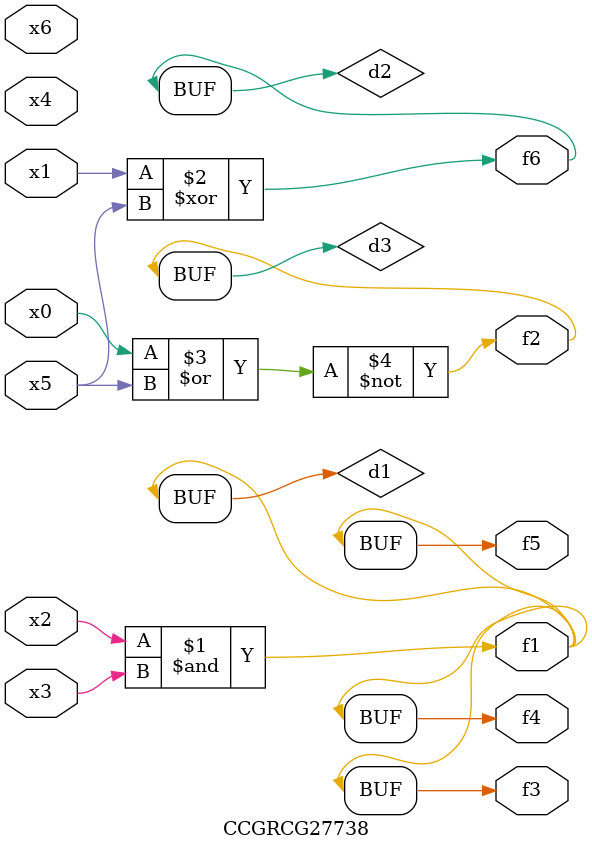
<source format=v>
module CCGRCG27738(
	input x0, x1, x2, x3, x4, x5, x6,
	output f1, f2, f3, f4, f5, f6
);

	wire d1, d2, d3;

	and (d1, x2, x3);
	xor (d2, x1, x5);
	nor (d3, x0, x5);
	assign f1 = d1;
	assign f2 = d3;
	assign f3 = d1;
	assign f4 = d1;
	assign f5 = d1;
	assign f6 = d2;
endmodule

</source>
